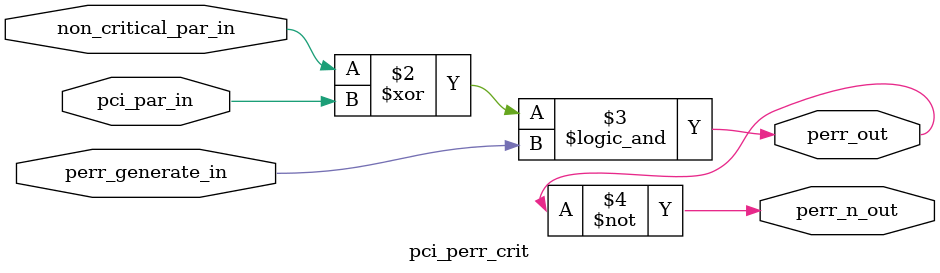
<source format=v>


// This one is used in parity generator/checker for parity error output (PERR#)

// synopsys translate_off
`include "timescale.v"
// synopsys translate_on

module pci_perr_crit
(
    perr_out,
    perr_n_out,
    non_critical_par_in,
    pci_par_in,
    perr_generate_in
) ;

output  perr_out,
        perr_n_out;

input   non_critical_par_in,
        pci_par_in,
        perr_generate_in ;

assign perr_out     = (non_critical_par_in ^^ pci_par_in) && perr_generate_in ;
assign perr_n_out   = ~perr_out ;

endmodule

</source>
